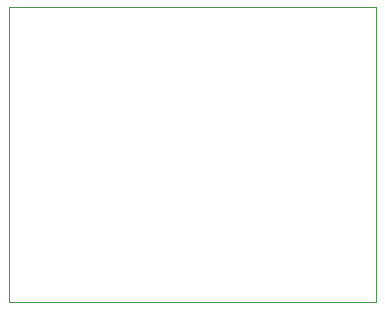
<source format=gbr>
%TF.GenerationSoftware,KiCad,Pcbnew,9.0.6*%
%TF.CreationDate,2025-11-19T17:00:06+08:00*%
%TF.ProjectId,LED-Dimmer,4c45442d-4469-46d6-9d65-722e6b696361,rev?*%
%TF.SameCoordinates,Original*%
%TF.FileFunction,Profile,NP*%
%FSLAX46Y46*%
G04 Gerber Fmt 4.6, Leading zero omitted, Abs format (unit mm)*
G04 Created by KiCad (PCBNEW 9.0.6) date 2025-11-19 17:00:06*
%MOMM*%
%LPD*%
G01*
G04 APERTURE LIST*
%TA.AperFunction,Profile*%
%ADD10C,0.050000*%
%TD*%
G04 APERTURE END LIST*
D10*
X220000000Y-71950000D02*
X251000000Y-71950000D01*
X251000000Y-96950000D01*
X220000000Y-96950000D01*
X220000000Y-71950000D01*
M02*

</source>
